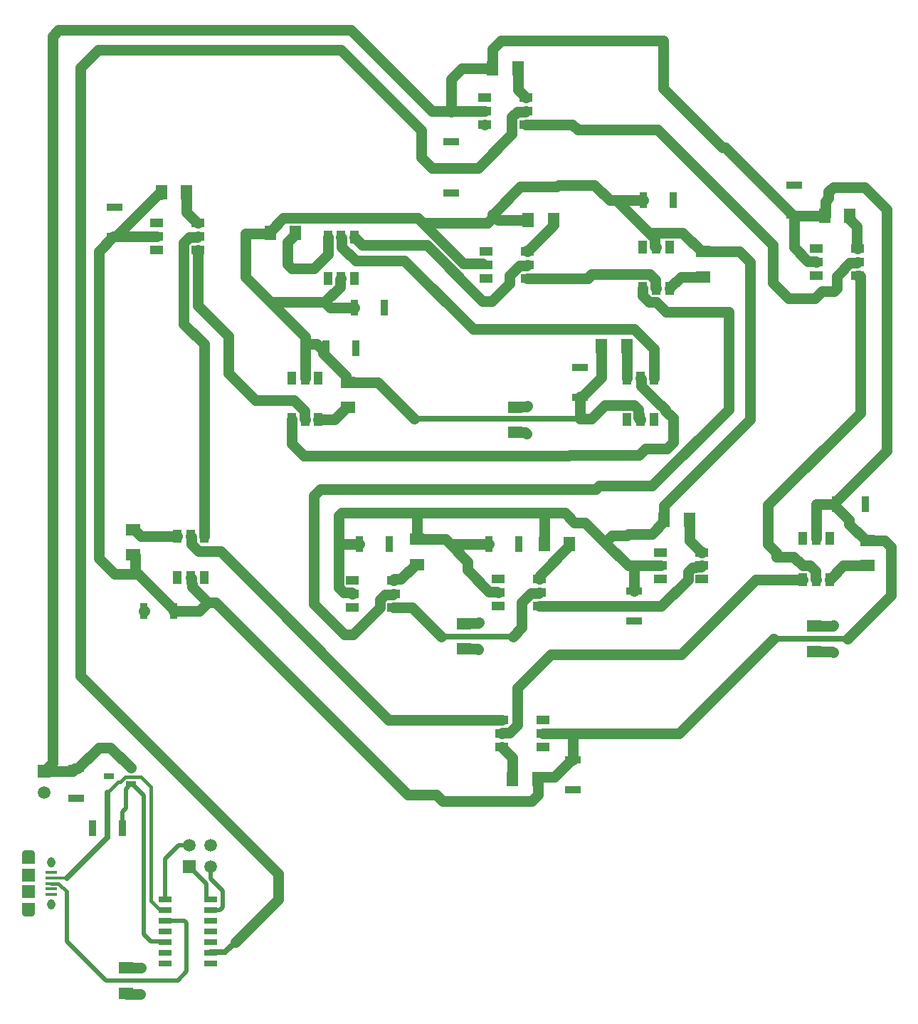
<source format=gbr>
%TF.GenerationSoftware,Altium Limited,Altium Designer,21.0.9 (235)*%
G04 Layer_Physical_Order=1*
G04 Layer_Color=255*
%FSLAX45Y45*%
%MOMM*%
%TF.SameCoordinates,8DC8FD5D-391D-4D1D-91B0-353BEF3EF1A6*%
%TF.FilePolarity,Positive*%
%TF.FileFunction,Copper,L1,Top,Signal*%
%TF.Part,Single*%
G01*
G75*
%TA.AperFunction,SMDPad,CuDef*%
%ADD10R,1.50000X1.00000*%
%ADD11R,1.40000X1.75000*%
%ADD12R,1.90000X0.95000*%
%ADD13R,1.75000X1.40000*%
%ADD14R,0.95000X1.90000*%
%ADD15R,1.00000X1.50000*%
%TA.AperFunction,ConnectorPad*%
%ADD16R,1.55000X1.50000*%
%ADD17R,1.35000X0.40000*%
%TA.AperFunction,SMDPad,CuDef*%
G04:AMPARAMS|DCode=18|XSize=0.65mm|YSize=1.2mm|CornerRadius=0.04875mm|HoleSize=0mm|Usage=FLASHONLY|Rotation=270.000|XOffset=0mm|YOffset=0mm|HoleType=Round|Shape=RoundedRectangle|*
%AMROUNDEDRECTD18*
21,1,0.65000,1.10250,0,0,270.0*
21,1,0.55250,1.20000,0,0,270.0*
1,1,0.09750,-0.55125,-0.27625*
1,1,0.09750,-0.55125,0.27625*
1,1,0.09750,0.55125,0.27625*
1,1,0.09750,0.55125,-0.27625*
%
%ADD18ROUNDEDRECTD18*%
%ADD19R,1.52500X0.70000*%
%TA.AperFunction,Conductor*%
%ADD20C,1.27000*%
%ADD21C,0.50800*%
%ADD22C,0.63500*%
%ADD23C,0.38100*%
%ADD24C,0.30480*%
%TA.AperFunction,NonConductor*%
%ADD25R,1.55000X1.20001*%
%ADD26R,1.55000X1.20000*%
%TA.AperFunction,ComponentPad*%
%ADD27O,1.55000X0.90000*%
%ADD28O,0.95000X1.25000*%
%ADD29R,1.50000X1.50000*%
%ADD30C,1.50000*%
%ADD31R,1.50000X1.50000*%
%TA.AperFunction,ViaPad*%
%ADD32C,0.50800*%
D10*
X9529200Y9853289D02*
D03*
Y10013289D02*
D03*
Y10173289D02*
D03*
X10019200D02*
D03*
Y10013289D02*
D03*
Y9853289D02*
D03*
X6090640Y9818423D02*
D03*
Y9978423D02*
D03*
Y10138422D02*
D03*
X5600640D02*
D03*
Y9978423D02*
D03*
Y9818423D02*
D03*
X6070379Y11651000D02*
D03*
Y11811000D02*
D03*
Y11971000D02*
D03*
X5580379D02*
D03*
Y11811000D02*
D03*
Y11651000D02*
D03*
X2166578Y10157400D02*
D03*
Y10317400D02*
D03*
Y10477400D02*
D03*
X1676578D02*
D03*
Y10317400D02*
D03*
Y10157400D02*
D03*
X5781398Y4572000D02*
D03*
Y4412000D02*
D03*
Y4252000D02*
D03*
X6271398D02*
D03*
Y4412000D02*
D03*
Y4572000D02*
D03*
X8162200Y6243200D02*
D03*
Y6403200D02*
D03*
Y6563200D02*
D03*
X7672200D02*
D03*
Y6403200D02*
D03*
Y6243200D02*
D03*
X4496682Y5910963D02*
D03*
Y6070963D02*
D03*
Y6230963D02*
D03*
X4006682D02*
D03*
Y6070963D02*
D03*
Y5910963D02*
D03*
X6229137Y5923385D02*
D03*
Y6083385D02*
D03*
Y6243385D02*
D03*
X5739137D02*
D03*
Y6083385D02*
D03*
Y5923385D02*
D03*
D11*
X9628000Y10561787D02*
D03*
X9928000D02*
D03*
X6400800Y10515600D02*
D03*
X6100800D02*
D03*
X3328839Y10363200D02*
D03*
X3028839D02*
D03*
X5976441Y12319000D02*
D03*
X5676441D02*
D03*
X2037178Y10845719D02*
D03*
X1737178D02*
D03*
X7272400Y9014434D02*
D03*
X6972400D02*
D03*
X5912837Y3867403D02*
D03*
X6212837D02*
D03*
X8017900Y6946200D02*
D03*
X7717900D02*
D03*
X6588261Y6658076D02*
D03*
X6288261D02*
D03*
D12*
X9263338Y10925314D02*
D03*
Y10570314D02*
D03*
X7359224Y5745885D02*
D03*
Y6100885D02*
D03*
X5186638Y10480314D02*
D03*
Y10835314D02*
D03*
X5181600Y11803400D02*
D03*
Y11448400D02*
D03*
X722501Y3636203D02*
D03*
Y3991203D02*
D03*
X1175978Y10315134D02*
D03*
Y10670134D02*
D03*
X6718258Y8407700D02*
D03*
Y8762700D02*
D03*
X6628320Y4094903D02*
D03*
Y3739903D02*
D03*
D13*
X5334000Y5415000D02*
D03*
Y5715000D02*
D03*
X1313801Y1320800D02*
D03*
Y1620800D02*
D03*
X5945183Y7989157D02*
D03*
Y8289157D02*
D03*
X9499600Y5384800D02*
D03*
Y5684800D02*
D03*
X3956681Y8582800D02*
D03*
Y8282800D02*
D03*
X10134600Y6403200D02*
D03*
Y6703200D02*
D03*
X8178800Y9840422D02*
D03*
Y10140422D02*
D03*
X1397000Y6830200D02*
D03*
Y6530200D02*
D03*
X4775200Y6418076D02*
D03*
Y6718076D02*
D03*
D14*
X4044181Y8991600D02*
D03*
X3689181D02*
D03*
X7467900Y10747814D02*
D03*
X7822900D02*
D03*
X4034181Y9474200D02*
D03*
X4389181D02*
D03*
X914700Y3286759D02*
D03*
X1269700D02*
D03*
X1879300Y5867400D02*
D03*
X1524300D02*
D03*
X9753900Y7137400D02*
D03*
X10108900D02*
D03*
X5631438Y6658076D02*
D03*
X5986438D02*
D03*
X4089700D02*
D03*
X4444700D02*
D03*
D15*
X4034181Y9822400D02*
D03*
X3874181D02*
D03*
X3714182D02*
D03*
Y10312400D02*
D03*
X3874181D02*
D03*
X4034181D02*
D03*
X3282739Y8636000D02*
D03*
X3442739D02*
D03*
X3602739D02*
D03*
Y8146000D02*
D03*
X3442739D02*
D03*
X3282739D02*
D03*
X7460000Y9702800D02*
D03*
X7620000D02*
D03*
X7780000D02*
D03*
Y10192800D02*
D03*
X7620000D02*
D03*
X7460000D02*
D03*
X7592400Y8636764D02*
D03*
X7432400D02*
D03*
X7272400D02*
D03*
Y8146763D02*
D03*
X7432400D02*
D03*
X7592400D02*
D03*
X9365000Y6241000D02*
D03*
X9525000D02*
D03*
X9685000D02*
D03*
Y6731000D02*
D03*
X9525000D02*
D03*
X9365000D02*
D03*
X2242800Y6756400D02*
D03*
X2082800D02*
D03*
X1922800D02*
D03*
Y6266400D02*
D03*
X2082800D02*
D03*
X2242800D02*
D03*
D16*
X152400Y2526482D02*
D03*
Y2726482D02*
D03*
D17*
X422400Y2496482D02*
D03*
Y2561482D02*
D03*
Y2626482D02*
D03*
Y2691482D02*
D03*
Y2756482D02*
D03*
D18*
X1113801Y3903703D02*
D03*
X1373801Y3998702D02*
D03*
Y3808703D02*
D03*
D19*
X2320400Y1676400D02*
D03*
Y1803400D02*
D03*
Y1930400D02*
D03*
Y2057400D02*
D03*
Y2184400D02*
D03*
Y2311400D02*
D03*
Y2438400D02*
D03*
X1778000D02*
D03*
Y2311400D02*
D03*
Y2184400D02*
D03*
Y2057400D02*
D03*
Y1930400D02*
D03*
Y1803400D02*
D03*
Y1676400D02*
D03*
D20*
X2155077Y10490900D02*
X2166578Y10479400D01*
X2037178Y10606800D02*
Y10845719D01*
Y10606800D02*
X2153078Y10490900D01*
X2155077D01*
X2166578Y10477400D02*
Y10479400D01*
X1192611Y10316267D02*
X1675444D01*
X1192611D02*
X1698062Y10821719D01*
X1191478Y10315134D02*
X1192611Y10316267D01*
X1737178Y10828219D02*
Y10845719D01*
X1175978Y10315134D02*
X1191478D01*
X1698062Y10821719D02*
X1730678D01*
X1737178Y10828219D01*
X1675444Y10316267D02*
X1676578Y10317400D01*
X2002677Y10244224D02*
X2068254Y10309800D01*
X2166578Y9501213D02*
Y10157400D01*
X2002677Y9280234D02*
Y10244224D01*
X2158978Y10309800D02*
X2166578Y10317400D01*
X2068254Y10309800D02*
X2158978D01*
X1160477Y10315134D02*
X1175978D01*
X990600Y10145256D02*
X1160477Y10315134D01*
X990600Y9982200D02*
Y10145256D01*
X772501Y5094899D02*
Y12329501D01*
X438221Y12701805D02*
X512616Y12776200D01*
X337821Y3958483D02*
X438221Y4058882D01*
Y12701805D01*
X772501Y12329501D02*
X980439Y12537439D01*
X10117100Y6703200D02*
X10339605D01*
X10414000Y6628805D01*
Y6049600D02*
Y6628805D01*
X9901600Y5537200D02*
X10414000Y6049600D01*
X9728200Y7137400D02*
X9919400Y6946200D01*
X9728200Y7137400D02*
X10363200Y7772400D01*
X9252101Y10566050D02*
X9623736D01*
X10363200Y7772400D02*
Y10639287D01*
X10098048Y10904438D02*
X10363200Y10639287D01*
X9672873Y10775231D02*
Y10850919D01*
X9726392Y10904438D01*
X10098048D01*
X9634500Y10736859D02*
X9672873Y10775231D01*
X9628000Y10561787D02*
X9634500Y10568287D01*
Y10736859D01*
X9623736Y10566050D02*
X9628000Y10561787D01*
X8953596Y6658076D02*
Y7124796D01*
X10048000Y8219200D02*
Y9842199D01*
X8953596Y7124796D02*
X10048000Y8219200D01*
X9525000Y7137400D02*
X9728200D01*
X9525000Y6731000D02*
Y7137400D01*
X9855300Y9940113D02*
X9920876Y10005689D01*
X10019200Y9853289D02*
X10036910D01*
X10048000Y9842199D01*
X10011600Y10005689D02*
X10019200Y10013289D01*
X9920876Y10005689D02*
X10011600D01*
X10007700Y10184789D02*
Y10440789D01*
Y10184789D02*
X10019200Y10173289D01*
X9940500Y10507989D02*
Y10511787D01*
Y10507989D02*
X10007700Y10440789D01*
X9928000Y10524287D02*
Y10561787D01*
Y10524287D02*
X9940500Y10511787D01*
X9252101Y10566050D02*
X9263338Y10554814D01*
X8438952Y11379200D02*
X9252101Y10566050D01*
X9529200Y10013289D02*
Y10015289D01*
X9263338Y10188428D02*
Y10554814D01*
Y10188428D02*
X9424976Y10026789D01*
X9517700D01*
X9529200Y10015289D01*
X8407400Y11379200D02*
X8438952D01*
X7702652Y12083948D02*
X8407400Y11379200D01*
X7702652Y12083948D02*
Y12649200D01*
X5776441D02*
X7702652D01*
X9768833Y9842199D02*
X9855300Y9928666D01*
X9768833Y9701234D02*
Y9842199D01*
X9509434Y9582800D02*
X9595901Y9669266D01*
X9736866D01*
X9855300Y9928666D02*
Y9940113D01*
X9736866Y9669266D02*
X9768833Y9701234D01*
X9194800Y9582800D02*
X9509434D01*
X9010900Y9766700D02*
Y10216900D01*
Y9766700D02*
X9194800Y9582800D01*
X6685798Y11587002D02*
X7640798D01*
X9010900Y10216900D01*
X7684385Y5923385D02*
X7998300Y6237300D01*
Y6330024D02*
X8050377Y6382100D01*
X7998300Y6237300D02*
Y6330024D01*
X8094411Y6389700D02*
X8150700D01*
X6229137Y5923385D02*
X7684385D01*
X8086811Y6382100D02*
X8094411Y6389700D01*
X8050377Y6382100D02*
X8086811D01*
X3550919Y5948681D02*
Y7240805D01*
X3625314Y7315200D02*
X6903836D01*
X6941936Y7353300D01*
X3550919Y7240805D02*
X3625314Y7315200D01*
X6582409Y7707852D02*
X6592936Y7718379D01*
X3282739Y7857702D02*
X3432589Y7707852D01*
X6582409D01*
X5340500Y5721500D02*
X5503259D01*
X5334000Y5715000D02*
X5340500Y5721500D01*
X5503259D02*
X5509259Y5727500D01*
X5496948Y5415000D02*
X5501879Y5410070D01*
X5334000Y5415000D02*
X5496948D01*
X1313801Y1620800D02*
X1494252D01*
X1475301Y1314300D02*
X1481301Y1308300D01*
X1317458Y1320800D02*
X1323958Y1314300D01*
X1475301D01*
X1313801Y1320800D02*
X1317458D01*
X7359224Y6403200D02*
X7672200D01*
X7287400D02*
X7359224D01*
Y6100885D02*
Y6403200D01*
X7071142Y10747814D02*
X7467900D01*
X5951684Y8295657D02*
X6079183D01*
X5945183Y8289157D02*
X5951684Y8295657D01*
X6079183D02*
X6085183Y8301657D01*
X6066640Y7989157D02*
X6079140Y7976657D01*
X5945183Y7989157D02*
X6066640D01*
X9506100Y5691300D02*
X9722200D01*
X9728200Y5697300D01*
X9499600Y5684800D02*
X9506100Y5691300D01*
X9715700Y5384800D02*
X9728200Y5372300D01*
X9499600Y5384800D02*
X9715700D01*
X512616Y12776200D02*
X3991057D01*
X6080610Y10147606D02*
X6097823D01*
X6394300Y10444082D01*
Y10509100D02*
X6400800Y10515600D01*
X6394300Y10444082D02*
Y10509100D01*
X6089794Y10138422D02*
X6090640D01*
X6080610Y10147606D02*
X6089794Y10138422D01*
X5676441Y10577662D02*
X5738504Y10515600D01*
X6100800D01*
X5682942Y10584162D02*
X6006993Y10908214D01*
X6438027D01*
X5682941Y10584162D02*
X5682942D01*
X5676441Y10542663D02*
Y10577662D01*
X6438027Y10908214D02*
X6462627Y10932814D01*
X8178800Y10140422D02*
X8611765D01*
X8161300D02*
X8178800D01*
X6718258Y8155443D02*
Y8415200D01*
X7717900Y6946200D02*
Y7121900D01*
Y6928700D02*
Y6946200D01*
X6212837Y3867403D02*
Y3884903D01*
Y3681195D02*
Y3867403D01*
X5181600Y11811000D02*
X5580379D01*
X4956257D02*
X5181600D01*
X6886142Y10932814D02*
X7071142Y10747814D01*
X5676441Y10577662D02*
X5682941Y10584162D01*
X6462627Y10932814D02*
X6886142D01*
X5876441Y9854948D02*
X5992316Y9970823D01*
X5876441Y9764224D02*
Y9854948D01*
X5663345Y9551128D02*
X5876441Y9764224D01*
X5992316Y9970823D02*
X6079140D01*
X6086740Y9978423D01*
X6090640D01*
X4890861Y10218402D02*
X5558135Y9551128D01*
X5663345D01*
X3741718Y9474200D02*
X4034181D01*
X3679212Y9536707D02*
X3741718Y9474200D01*
X3956681Y8582800D02*
X4310758D01*
X4743195Y8150363D01*
X3311383Y8368080D02*
X3435139Y8244324D01*
X2532751Y8692768D02*
X2857439Y8368080D01*
X3311383D01*
X2532751Y8692768D02*
Y9135040D01*
X2166578Y9501213D02*
X2532751Y9135040D01*
X7820967Y7871914D02*
Y8157473D01*
X7440000Y8538440D02*
X7667776Y8310664D01*
X7746572Y7797519D02*
X7820967Y7871914D01*
X7731300Y8247140D02*
X7820967Y8157473D01*
X7679223Y8310664D02*
X7731300Y8258587D01*
X7493879Y7797519D02*
X7746572D01*
X7667776Y8310664D02*
X7679223D01*
X7731300Y8247140D02*
Y8258587D01*
X7574300Y7353300D02*
X8483600Y8262600D01*
X7414739Y7718379D02*
X7493879Y7797519D01*
X5080000Y3606800D02*
X6138442D01*
X6212837Y3681195D01*
X6022837Y5967809D02*
X6130814Y6075785D01*
X5920510Y5564910D02*
X6022837Y5667237D01*
Y5967809D01*
X6130814Y6075785D02*
X6221537D01*
X4496682Y5910963D02*
X4717155D01*
X5063208Y5564910D01*
X8611765Y10140422D02*
X8737600Y10014587D01*
Y8141600D02*
Y10014587D01*
X8953596Y6658076D02*
X9055472Y6556200D01*
Y6506776D02*
Y6556200D01*
Y6506776D02*
X9259224D01*
X9361100Y6404900D01*
X9517400Y6248600D02*
Y6339324D01*
X9361100Y6404900D02*
X9451824D01*
X9517400Y6339324D01*
X5788998Y4419600D02*
X5879722D01*
X5969000Y4508878D02*
Y4953000D01*
X5781398Y4412000D02*
X5788998Y4419600D01*
X5879722D02*
X5969000Y4508878D01*
Y4953000D02*
X6367455Y5351455D01*
X7916918D01*
X8806463Y6241000D01*
X4439476Y4572000D02*
X5781398D01*
X2438400Y6573076D02*
X4439476Y4572000D01*
X2175400Y6573076D02*
X2438400D01*
X2090400Y6658076D02*
X2175400Y6573076D01*
X2090400Y6658076D02*
Y6748800D01*
X1488300Y6756400D02*
X1922800D01*
X1414500Y6830200D02*
X1488300Y6756400D01*
X1397000Y6830200D02*
X1414500D01*
X1426800Y6335400D02*
X1459298Y6302903D01*
X1421000Y6506200D02*
Y6523700D01*
X1426800Y6335400D02*
Y6500400D01*
X1397000Y6530200D02*
X1414500D01*
X1421000Y6523700D01*
Y6506200D02*
X1426800Y6500400D01*
X7717900Y7121900D02*
X8737600Y8141600D01*
X6941936Y7353300D02*
X7574300D01*
X8483600Y8262600D02*
Y9423400D01*
X6592936Y7718379D02*
X7414739D01*
X7355958Y9214100D02*
X7592400Y8977658D01*
X7272400Y8636764D02*
Y9014434D01*
X7592400Y8636764D02*
Y8977658D01*
X7440000Y8538440D02*
Y8629164D01*
X7432400Y8636764D02*
X7440000Y8629164D01*
X5446548Y9214100D02*
X7355958D01*
X6972400Y8646342D02*
Y9014434D01*
X6741258Y8415200D02*
X6972400Y8646342D01*
X6718258Y8415200D02*
X6741258D01*
X6723338Y8150363D02*
X6850081D01*
X6718258Y8155443D02*
X6723338Y8150363D01*
X7411300Y8165864D02*
X7430400Y8146763D01*
X7359224Y8310664D02*
X7411300Y8258587D01*
X6850081Y8150363D02*
X7010381Y8310664D01*
X7411300Y8165864D02*
Y8258587D01*
X7010381Y8310664D02*
X7359224D01*
X7430400Y8146763D02*
X7432400D01*
X7739400Y9423400D02*
X8483600D01*
X7623900Y9538900D02*
X7739400Y9423400D01*
X6771550Y6919050D02*
X7009162Y6681438D01*
X7093806Y6766082D01*
X7460000Y9612076D02*
X7533176Y9538900D01*
X7460000Y9612076D02*
Y9702800D01*
X7533176Y9538900D02*
X7623900D01*
X6288261Y7035800D02*
X6533963D01*
X6650713Y6919050D01*
X6771550D01*
X4666200Y3683000D02*
X5003800D01*
X5080000Y3606800D01*
X2380200Y5969000D02*
X4666200Y3683000D01*
X1531800Y5867400D02*
X1531800Y5867400D01*
X1524300Y5867400D02*
X1531800D01*
X6628320Y4412000D02*
X7891800D01*
X9017000Y5537200D01*
X8017900Y6707500D02*
X8148700Y6576700D01*
X8150700D01*
X8162200Y6563200D02*
Y6565200D01*
X8017900Y6707500D02*
Y6946200D01*
X8150700Y6576700D02*
X8162200Y6565200D01*
X7287400Y6782082D02*
X7571282D01*
X7717900Y6928700D01*
X7009162Y6681438D02*
X7287400Y6403200D01*
X7093806Y6766082D02*
X7271400D01*
X7287400Y6782082D01*
X8150700Y6389700D02*
X8162200Y6401200D01*
X6221537Y6075785D02*
X6229137Y6083385D01*
X8162200Y6401200D02*
Y6403200D01*
X6240638Y6292953D02*
X6588261Y6640577D01*
X6240638Y6254885D02*
Y6292953D01*
X6588261Y6640577D02*
Y6658076D01*
X6229137Y6243385D02*
X6240638Y6254885D01*
X4775200Y7035800D02*
X6288261D01*
X6288996Y6670274D02*
Y7035065D01*
X6288261Y7035800D02*
X6288996Y7035065D01*
X6288261Y6658076D02*
Y6669540D01*
X6288996Y6670274D01*
X5171362Y6658076D02*
X5378357Y6451082D01*
X5171362Y6658076D02*
X5631438D01*
X4775200Y6718076D02*
X5111362D01*
X5171362Y6658076D01*
X5378357Y6353442D02*
X5634914Y6096885D01*
X5727637D01*
X5378357Y6353442D02*
Y6451082D01*
X5727637Y6096885D02*
X5739137Y6085385D01*
Y6083385D02*
Y6085385D01*
X4332782Y5997786D02*
X4398358Y6063363D01*
X4489082D02*
X4496682Y6070963D01*
X4398358Y6063363D02*
X4489082D01*
X4508182Y6244462D02*
X4584086D01*
X4496682Y6232962D02*
X4508182Y6244462D01*
X4496682Y6230963D02*
Y6232962D01*
X4757700Y6418076D02*
X4775200D01*
X4584086Y6244462D02*
X4757700Y6418076D01*
X3879399Y7035800D02*
X4775200D01*
Y6718076D02*
Y7035800D01*
X3842781Y6658076D02*
Y6999182D01*
Y6144139D02*
Y6658076D01*
X4089700D01*
X4015005Y5589805D02*
X4332782Y5907582D01*
X3909795Y5589805D02*
X4015005D01*
X3550919Y5948681D02*
X3909795Y5589805D01*
X4332782Y5907582D02*
Y5997786D01*
X3842781Y6999182D02*
X3879399Y7035800D01*
X3902458Y6084463D02*
X3995181D01*
X3842781Y6144139D02*
X3902458Y6084463D01*
X4006682Y6070963D02*
Y6072962D01*
X3995181Y6084463D02*
X4006682Y6072962D01*
X7612400Y9710400D02*
X7620000Y9702800D01*
X7612400Y9710400D02*
Y9801124D01*
X7546824Y9866700D02*
X7612400Y9801124D01*
X6853781Y9866700D02*
X7546824D01*
X7917622Y9840422D02*
X8178800D01*
X7793500Y9716300D02*
X7917622Y9840422D01*
X7793500Y9714300D02*
Y9716300D01*
X7782000Y9702800D02*
X7793500Y9714300D01*
X7780000Y9702800D02*
X7782000D01*
X7538055Y10365469D02*
X7606500Y10297024D01*
X7166961Y10736562D02*
X7538055Y10365469D01*
X7936253D02*
X8161300Y10140422D01*
X7538055Y10365469D02*
X7936253D01*
X5614093Y10480314D02*
X5676441Y10542663D01*
X7606500Y10204300D02*
Y10297024D01*
X7618001Y10192800D02*
X7620000D01*
X7606500Y10204300D02*
X7618001Y10192800D01*
X6809481Y9822400D02*
X6853781Y9866700D01*
X6116438Y9822400D02*
X6809481D01*
X6112460Y9818423D02*
X6116438Y9822400D01*
X6090640Y9818423D02*
X6112460D01*
X5186638Y10480314D02*
X5614093D01*
X4844475D02*
X5325267Y9999522D01*
X4785190Y10539600D02*
X4844475Y10480314D01*
X5186638D01*
X3234939Y9993017D02*
Y10251800D01*
X3328839Y10345700D01*
Y10363200D01*
X5325267Y9999522D02*
X5554962D01*
X3187739Y10539600D02*
X4785190D01*
X3287015Y9940940D02*
X3550662D01*
X3028839Y10380700D02*
X3187739Y10539600D01*
X3234939Y9993017D02*
X3287015Y9940940D01*
X3028839Y10363200D02*
Y10380700D01*
X3714182Y10104459D02*
Y10312400D01*
X3550662Y9940940D02*
X3714182Y10104459D01*
X4128179Y10218402D02*
X4890861D01*
X4034181Y10312400D02*
X4128179Y10218402D01*
X4627648Y10033000D02*
X5446548Y9214100D01*
X4044181Y10033000D02*
X4627648D01*
X3881781Y10195400D02*
X4044181Y10033000D01*
X3874181Y10312400D02*
X3881781Y10304800D01*
Y10195400D02*
Y10304800D01*
X2738119Y9832895D02*
Y10350474D01*
X3003613D01*
X3016339Y10363200D01*
X3028839D01*
X2738119Y9832895D02*
X3034307Y9536707D01*
X3679212D01*
X3034307D02*
X3443626Y9127387D01*
X3872182Y9822400D02*
X3874181D01*
X3860682Y9810900D02*
X3872182Y9822400D01*
X3860682Y9718176D02*
Y9810900D01*
X3679212Y9536707D02*
X3860682Y9718176D01*
X3658487Y8933970D02*
Y8964605D01*
Y8933970D02*
X3932681Y8659776D01*
X3435139Y8153600D02*
Y8244324D01*
Y8153600D02*
X3442739Y8146000D01*
X3282739Y7857702D02*
Y8146000D01*
X3584092Y9039000D02*
X3658487Y8964605D01*
X3932681Y8276300D02*
X3939182Y8282800D01*
X3798269Y8139888D02*
X3932681Y8274301D01*
X3608851Y8139888D02*
X3798269D01*
X3443626Y8636887D02*
Y9039000D01*
X3932681Y8274301D02*
Y8276300D01*
X3602739Y8146000D02*
X3608851Y8139888D01*
X3443626Y9039000D02*
X3584092D01*
X3939182Y8282800D02*
X3956681D01*
X3443626Y9039000D02*
Y9127387D01*
X3442739Y8636000D02*
X3443626Y8636887D01*
X2002677Y9280234D02*
X2242800Y9040112D01*
Y6756400D02*
Y9040112D01*
X3991057Y12776200D02*
X4956257Y11811000D01*
X5181600Y11803400D02*
Y11811000D01*
X2082800Y6756400D02*
X2090400Y6748800D01*
X990600Y9982200D02*
X990600Y6488604D01*
X1176301Y6302903D01*
X1459298D01*
X1879300Y5882900D01*
Y5867400D02*
Y5882900D01*
Y5867400D02*
X2187876D01*
X2289476Y5969000D01*
X2380200D01*
X2103900Y6154576D02*
X2289476Y5969000D01*
X2082800Y6266400D02*
X2094300Y6254900D01*
Y6200610D02*
X2103900Y6191011D01*
X2094300Y6200610D02*
Y6254900D01*
X2103900Y6154576D02*
Y6191011D01*
X5504469Y11135760D02*
X5906479Y11537770D01*
X4826000Y11260955D02*
X4951195Y11135760D01*
X5504469D01*
X4826000Y11260955D02*
Y11578120D01*
X3866681Y12537439D02*
X4826000Y11578120D01*
X980439Y12537439D02*
X3866681D01*
X772501Y5094899D02*
X3124200Y2743200D01*
Y2438400D02*
Y2743200D01*
X2616200Y1930400D02*
X3124200Y2438400D01*
X5792898Y4238500D02*
X5794898D01*
X5781398Y4250000D02*
X5792898Y4238500D01*
X5912837Y3867403D02*
Y4120561D01*
X5794898Y4238500D02*
X5912837Y4120561D01*
X5781398Y4250000D02*
Y4252000D01*
X6612820Y4094903D02*
X6628320D01*
X6409320Y3891403D02*
X6612820Y4094903D01*
X6219337Y3891403D02*
X6409320D01*
X6212837Y3884903D02*
X6219337Y3891403D01*
X6271398Y4412000D02*
X6628320D01*
Y4094903D02*
Y4412000D01*
X8806463Y6241000D02*
X9365000D01*
X9517400Y6248600D02*
X9525000Y6241000D01*
X9687000D02*
X9849200Y6403200D01*
X10134600D01*
X9685000Y6241000D02*
X9687000D01*
X9919400Y6900900D02*
Y6946200D01*
Y6900900D02*
X10117100Y6703200D01*
X6621800Y11651000D02*
X6685798Y11587002D01*
X5676441Y12319000D02*
Y12549200D01*
X5776441Y12649200D01*
X6058879Y11984500D02*
X6070379Y11973000D01*
Y11971000D02*
Y11973000D01*
X5976441Y12064938D02*
Y12319000D01*
Y12064938D02*
X6056879Y11984500D01*
X6058879D01*
X5181600Y11811000D02*
Y12192000D01*
X5308600Y12319000D02*
X5676441D01*
X5181600Y12192000D02*
X5308600Y12319000D01*
X5906479Y11537770D02*
Y11737824D01*
X5580379Y11649000D02*
Y11651000D01*
X6062779Y11803400D02*
X6070379Y11811000D01*
X5972055Y11803400D02*
X6062779D01*
X5906479Y11737824D02*
X5972055Y11803400D01*
X6070379Y11651000D02*
X6621800D01*
X1129568Y4242935D02*
X1373801Y3998702D01*
X738001Y3991203D02*
X989734Y4242935D01*
X1129568D01*
X722501Y3991203D02*
X738001D01*
X337821Y3958483D02*
X674281D01*
X707001Y3991203D01*
X722501D01*
D21*
X607762Y1939339D02*
X1073901Y1473200D01*
X1930400D01*
X607762Y1939339D02*
Y2523169D01*
X1935718Y3078718D02*
X2066400D01*
X1778000Y2921000D02*
X1935718Y3078718D01*
X2064522Y2826597D02*
X2269550Y2621568D01*
Y2448000D02*
Y2621568D01*
X2320400Y2683400D02*
Y2824718D01*
X1269700Y3479881D02*
X1313801Y3523982D01*
X1269700Y3286759D02*
Y3479881D01*
X1339201Y3774102D02*
Y3801603D01*
X1313801Y3748703D02*
X1339201Y3774102D01*
X1346301Y3808703D02*
X1373801D01*
X1339201Y3801603D02*
X1346301Y3808703D01*
X1313801Y3523982D02*
Y3748703D01*
X1523501Y2020461D02*
Y3671503D01*
Y2020461D02*
X1608774Y1935189D01*
X1386301Y3808703D02*
X1523501Y3671503D01*
X1778000Y2438400D02*
Y2921000D01*
Y2184400D02*
X2004781D01*
X1930400Y1473200D02*
X2034539Y1577339D01*
X2004781Y2184400D02*
X2034539Y2154642D01*
Y1577339D02*
Y2154642D01*
X1608774Y1935189D02*
X1773211D01*
X1778000Y1930400D01*
X2396700Y2311400D02*
X2434042D01*
X2463800Y2341158D02*
Y2540000D01*
X2434042Y2311400D02*
X2463800Y2341158D01*
X2320400Y2683400D02*
X2463800Y2540000D01*
X2269550Y2448000D02*
X2279150Y2438400D01*
X2320400D01*
D22*
X9017000Y5537200D02*
X9901600D01*
X4743195Y8150363D02*
X6723338D01*
X5063208Y5564910D02*
X5920510D01*
X2491900Y1806100D02*
X2616200Y1930400D01*
X2320400Y1803400D02*
X2323101Y1806100D01*
X2491900D01*
X607762Y2691482D02*
X1092200Y3175921D01*
Y3703703D01*
D23*
X1303345Y3890752D02*
X1494252D01*
X1243795Y3831203D02*
X1303345Y3890752D01*
X1219700Y3831203D02*
X1243795D01*
X1494252Y3890752D02*
X1608774Y3776230D01*
X1092200Y3703703D02*
X1219700Y3831203D01*
X1764331Y2325069D02*
X1778000Y2311400D01*
X1699259Y2325069D02*
X1764331D01*
X1608774Y2415554D02*
X1699259Y2325069D01*
X422950Y2625932D02*
X508312D01*
X607762Y2526482D01*
X1608774Y2415554D02*
Y3776230D01*
X422400Y2626482D02*
X422950Y2625932D01*
D24*
X422400Y2691482D02*
X607762D01*
D25*
X152400Y2336478D02*
D03*
D26*
X152399Y2916479D02*
D03*
D27*
X152400Y2976482D02*
D03*
Y2276482D02*
D03*
D28*
X422400Y2876482D02*
D03*
Y2376482D02*
D03*
D29*
X337821Y3958483D02*
D03*
D30*
Y3704483D02*
D03*
X2320400Y3078718D02*
D03*
Y2824718D02*
D03*
X2066400Y3078718D02*
D03*
D31*
Y2824718D02*
D03*
D32*
X5509259Y5727500D02*
D03*
X5501879Y5410070D02*
D03*
X1494252Y1620800D02*
D03*
X1481301Y1308300D02*
D03*
X6085183Y8301657D02*
D03*
X6079140Y7976657D02*
D03*
X9728200Y5697300D02*
D03*
Y5372300D02*
D03*
%TF.MD5,fd0970d4ebed3439da4f873463c82101*%
M02*

</source>
